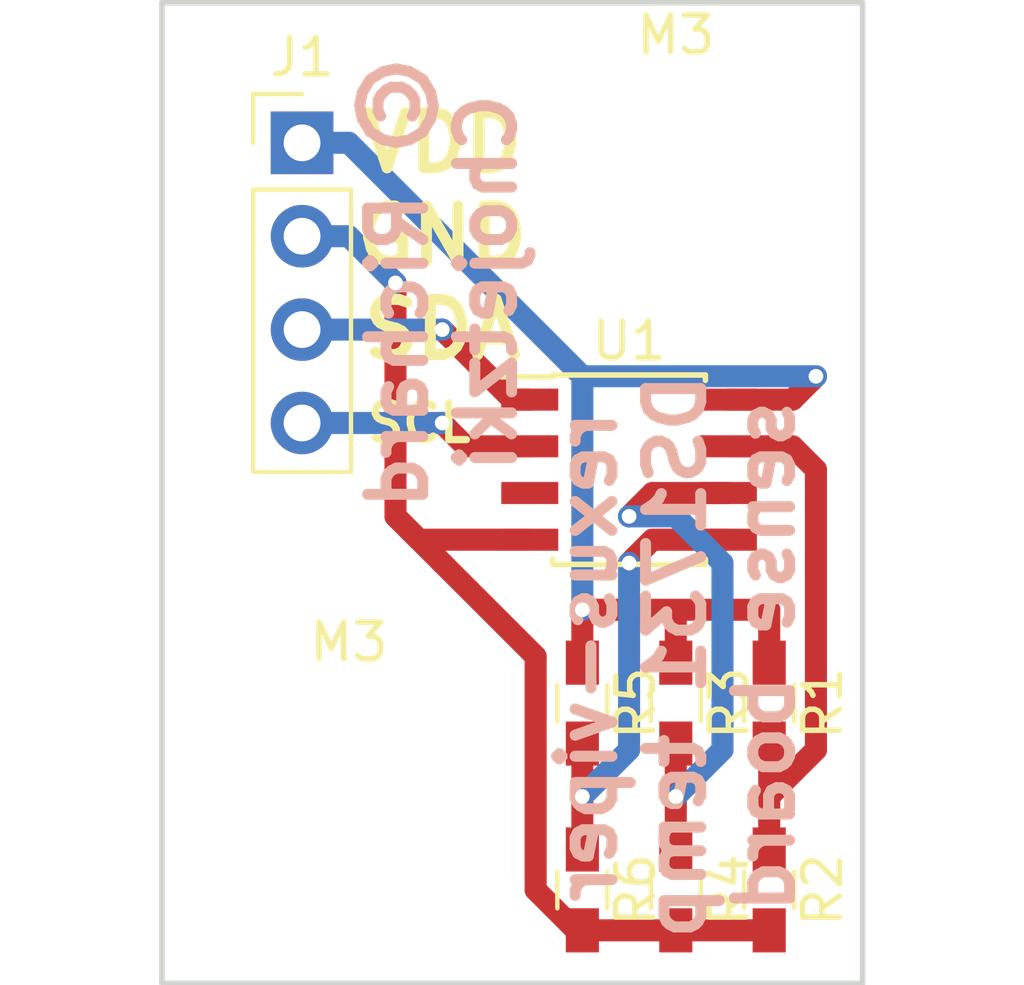
<source format=kicad_pcb>
(kicad_pcb (version 4) (host pcbnew 4.0.6)

  (general
    (links 16)
    (no_connects 2)
    (area 123.114999 100.254999 142.315001 127.075001)
    (thickness 1.6)
    (drawings 10)
    (tracks 67)
    (zones 0)
    (modules 10)
    (nets 9)
  )

  (page A4)
  (layers
    (0 F.Cu signal)
    (31 B.Cu signal)
    (32 B.Adhes user)
    (33 F.Adhes user)
    (34 B.Paste user)
    (35 F.Paste user)
    (36 B.SilkS user)
    (37 F.SilkS user)
    (38 B.Mask user)
    (39 F.Mask user)
    (40 Dwgs.User user)
    (41 Cmts.User user)
    (42 Eco1.User user)
    (43 Eco2.User user)
    (44 Edge.Cuts user)
    (45 Margin user)
    (46 B.CrtYd user)
    (47 F.CrtYd user)
    (48 B.Fab user)
    (49 F.Fab user)
  )

  (setup
    (last_trace_width 0.6)
    (trace_clearance 0.2)
    (zone_clearance 0.508)
    (zone_45_only yes)
    (trace_min 0.2)
    (segment_width 0.2)
    (edge_width 0.15)
    (via_size 0.6)
    (via_drill 0.4)
    (via_min_size 0.4)
    (via_min_drill 0.3)
    (uvia_size 0.3)
    (uvia_drill 0.1)
    (uvias_allowed no)
    (uvia_min_size 0.2)
    (uvia_min_drill 0.1)
    (pcb_text_width 0.3)
    (pcb_text_size 1.5 1.5)
    (mod_edge_width 0.15)
    (mod_text_size 1 1)
    (mod_text_width 0.15)
    (pad_size 1.524 1.524)
    (pad_drill 0.762)
    (pad_to_mask_clearance 0.2)
    (aux_axis_origin 0 0)
    (visible_elements 7FFFEFFF)
    (pcbplotparams
      (layerselection 0x00030_80000001)
      (usegerberextensions false)
      (excludeedgelayer true)
      (linewidth 0.100000)
      (plotframeref false)
      (viasonmask false)
      (mode 1)
      (useauxorigin false)
      (hpglpennumber 1)
      (hpglpenspeed 20)
      (hpglpendiameter 15)
      (hpglpenoverlay 2)
      (psnegative false)
      (psa4output false)
      (plotreference true)
      (plotvalue true)
      (plotinvisibletext false)
      (padsonsilk false)
      (subtractmaskfromsilk false)
      (outputformat 1)
      (mirror false)
      (drillshape 1)
      (scaleselection 1)
      (outputdirectory ""))
  )

  (net 0 "")
  (net 1 /VDD)
  (net 2 /GND)
  (net 3 /SDA)
  (net 4 /SCL)
  (net 5 "Net-(R1-Pad2)")
  (net 6 "Net-(R3-Pad2)")
  (net 7 "Net-(R5-Pad2)")
  (net 8 "Net-(U1-Pad3)")

  (net_class Default "This is the default net class."
    (clearance 0.2)
    (trace_width 0.6)
    (via_dia 0.6)
    (via_drill 0.4)
    (uvia_dia 0.3)
    (uvia_drill 0.1)
    (add_net /GND)
    (add_net /SCL)
    (add_net /SDA)
    (add_net /VDD)
    (add_net "Net-(R1-Pad2)")
    (add_net "Net-(R3-Pad2)")
    (add_net "Net-(R5-Pad2)")
    (add_net "Net-(U1-Pad3)")
  )

  (module Housings_SOIC:SOIC-8-1EP_3.9x4.9mm_Pitch1.27mm (layer F.Cu) (tedit 5900FBAE) (tstamp 5900D41E)
    (at 135.89 113.03)
    (descr "8-Lead Thermally Enhanced Plastic Small Outline (SE) - Narrow, 3.90 mm Body [SOIC] (see Microchip Packaging Specification 00000049BS.pdf)")
    (tags "SOIC 1.27")
    (path /58FF72EC)
    (attr smd)
    (fp_text reference U1 (at 0 -3.5) (layer F.SilkS)
      (effects (font (size 1 1) (thickness 0.15)))
    )
    (fp_text value DS1731U (at 0 3.5) (layer F.Fab)
      (effects (font (size 1 1) (thickness 0.15)))
    )
    (fp_text user %R (at 0 0) (layer F.Fab)
      (effects (font (size 0.9 0.9) (thickness 0.135)))
    )
    (fp_line (start -0.95 -2.45) (end 1.95 -2.45) (layer F.Fab) (width 0.15))
    (fp_line (start 1.95 -2.45) (end 1.95 2.45) (layer F.Fab) (width 0.15))
    (fp_line (start 1.95 2.45) (end -1.95 2.45) (layer F.Fab) (width 0.15))
    (fp_line (start -1.95 2.45) (end -1.95 -1.45) (layer F.Fab) (width 0.15))
    (fp_line (start -1.95 -1.45) (end -0.95 -2.45) (layer F.Fab) (width 0.15))
    (fp_line (start -3.75 -2.75) (end -3.75 2.75) (layer F.CrtYd) (width 0.05))
    (fp_line (start 3.75 -2.75) (end 3.75 2.75) (layer F.CrtYd) (width 0.05))
    (fp_line (start -3.75 -2.75) (end 3.75 -2.75) (layer F.CrtYd) (width 0.05))
    (fp_line (start -3.75 2.75) (end 3.75 2.75) (layer F.CrtYd) (width 0.05))
    (fp_line (start -2.075 -2.575) (end -2.075 -2.525) (layer F.SilkS) (width 0.15))
    (fp_line (start 2.075 -2.575) (end 2.075 -2.43) (layer F.SilkS) (width 0.15))
    (fp_line (start 2.075 2.575) (end 2.075 2.43) (layer F.SilkS) (width 0.15))
    (fp_line (start -2.075 2.575) (end -2.075 2.43) (layer F.SilkS) (width 0.15))
    (fp_line (start -2.075 -2.575) (end 2.075 -2.575) (layer F.SilkS) (width 0.15))
    (fp_line (start -2.075 2.575) (end 2.075 2.575) (layer F.SilkS) (width 0.15))
    (fp_line (start -2.075 -2.525) (end -3.475 -2.525) (layer F.SilkS) (width 0.15))
    (pad 1 smd rect (at -2.7 -1.905) (size 1.55 0.6) (layers F.Cu F.Paste F.Mask)
      (net 3 /SDA))
    (pad 2 smd rect (at -2.7 -0.635) (size 1.55 0.6) (layers F.Cu F.Paste F.Mask)
      (net 4 /SCL))
    (pad 3 smd rect (at -2.7 0.635) (size 1.55 0.6) (layers F.Cu F.Paste F.Mask)
      (net 8 "Net-(U1-Pad3)"))
    (pad 4 smd rect (at -2.7 1.905) (size 1.55 0.6) (layers F.Cu F.Paste F.Mask)
      (net 2 /GND))
    (pad 5 smd rect (at 2.7 1.905) (size 1.55 0.6) (layers F.Cu F.Paste F.Mask)
      (net 7 "Net-(R5-Pad2)"))
    (pad 6 smd rect (at 2.7 0.635) (size 1.55 0.6) (layers F.Cu F.Paste F.Mask)
      (net 6 "Net-(R3-Pad2)"))
    (pad 7 smd rect (at 2.7 -0.635) (size 1.55 0.6) (layers F.Cu F.Paste F.Mask)
      (net 5 "Net-(R1-Pad2)"))
    (pad 8 smd rect (at 2.7 -1.905) (size 1.55 0.6) (layers F.Cu F.Paste F.Mask)
      (net 1 /VDD))
    (model Housings_SOIC.3dshapes/SOIC-8-1EP_3.9x4.9mm_Pitch1.27mm.wrl
      (at (xyz 0 0 0))
      (scale (xyz 1 1 1))
      (rotate (xyz 0 0 0))
    )
  )

  (module Pin_Headers:Pin_Header_Straight_1x04_Pitch2.54mm (layer F.Cu) (tedit 58CD4EC1) (tstamp 5900D3EA)
    (at 127 104.14)
    (descr "Through hole straight pin header, 1x04, 2.54mm pitch, single row")
    (tags "Through hole pin header THT 1x04 2.54mm single row")
    (path /58FF763C)
    (fp_text reference J1 (at 0 -2.33) (layer F.SilkS)
      (effects (font (size 1 1) (thickness 0.15)))
    )
    (fp_text value CONN_01X04_MALE (at 0 9.95) (layer F.Fab)
      (effects (font (size 1 1) (thickness 0.15)))
    )
    (fp_line (start -1.27 -1.27) (end -1.27 8.89) (layer F.Fab) (width 0.1))
    (fp_line (start -1.27 8.89) (end 1.27 8.89) (layer F.Fab) (width 0.1))
    (fp_line (start 1.27 8.89) (end 1.27 -1.27) (layer F.Fab) (width 0.1))
    (fp_line (start 1.27 -1.27) (end -1.27 -1.27) (layer F.Fab) (width 0.1))
    (fp_line (start -1.33 1.27) (end -1.33 8.95) (layer F.SilkS) (width 0.12))
    (fp_line (start -1.33 8.95) (end 1.33 8.95) (layer F.SilkS) (width 0.12))
    (fp_line (start 1.33 8.95) (end 1.33 1.27) (layer F.SilkS) (width 0.12))
    (fp_line (start 1.33 1.27) (end -1.33 1.27) (layer F.SilkS) (width 0.12))
    (fp_line (start -1.33 0) (end -1.33 -1.33) (layer F.SilkS) (width 0.12))
    (fp_line (start -1.33 -1.33) (end 0 -1.33) (layer F.SilkS) (width 0.12))
    (fp_line (start -1.8 -1.8) (end -1.8 9.4) (layer F.CrtYd) (width 0.05))
    (fp_line (start -1.8 9.4) (end 1.8 9.4) (layer F.CrtYd) (width 0.05))
    (fp_line (start 1.8 9.4) (end 1.8 -1.8) (layer F.CrtYd) (width 0.05))
    (fp_line (start 1.8 -1.8) (end -1.8 -1.8) (layer F.CrtYd) (width 0.05))
    (fp_text user %R (at 0 -2.33) (layer F.Fab)
      (effects (font (size 1 1) (thickness 0.15)))
    )
    (pad 1 thru_hole rect (at 0 0) (size 1.7 1.7) (drill 1) (layers *.Cu *.Mask)
      (net 1 /VDD))
    (pad 2 thru_hole oval (at 0 2.54) (size 1.7 1.7) (drill 1) (layers *.Cu *.Mask)
      (net 2 /GND))
    (pad 3 thru_hole oval (at 0 5.08) (size 1.7 1.7) (drill 1) (layers *.Cu *.Mask)
      (net 3 /SDA))
    (pad 4 thru_hole oval (at 0 7.62) (size 1.7 1.7) (drill 1) (layers *.Cu *.Mask)
      (net 4 /SCL))
    (model ${KISYS3DMOD}/Pin_Headers.3dshapes/Pin_Header_Straight_1x04_Pitch2.54mm.wrl
      (at (xyz 0 -0.15 0))
      (scale (xyz 1 1 1))
      (rotate (xyz 0 0 90))
    )
  )

  (module Resistors_SMD:R_0603_HandSoldering (layer F.Cu) (tedit 58E0A804) (tstamp 5900D3F0)
    (at 139.7 119.38 270)
    (descr "Resistor SMD 0603, hand soldering")
    (tags "resistor 0603")
    (path /58FFD826)
    (attr smd)
    (fp_text reference R1 (at 0 -1.45 270) (layer F.SilkS)
      (effects (font (size 1 1) (thickness 0.15)))
    )
    (fp_text value R (at 0 1.55 270) (layer F.Fab)
      (effects (font (size 1 1) (thickness 0.15)))
    )
    (fp_text user %R (at 0 0 270) (layer F.Fab)
      (effects (font (size 0.5 0.5) (thickness 0.075)))
    )
    (fp_line (start -0.8 0.4) (end -0.8 -0.4) (layer F.Fab) (width 0.1))
    (fp_line (start 0.8 0.4) (end -0.8 0.4) (layer F.Fab) (width 0.1))
    (fp_line (start 0.8 -0.4) (end 0.8 0.4) (layer F.Fab) (width 0.1))
    (fp_line (start -0.8 -0.4) (end 0.8 -0.4) (layer F.Fab) (width 0.1))
    (fp_line (start 0.5 0.68) (end -0.5 0.68) (layer F.SilkS) (width 0.12))
    (fp_line (start -0.5 -0.68) (end 0.5 -0.68) (layer F.SilkS) (width 0.12))
    (fp_line (start -1.96 -0.7) (end 1.95 -0.7) (layer F.CrtYd) (width 0.05))
    (fp_line (start -1.96 -0.7) (end -1.96 0.7) (layer F.CrtYd) (width 0.05))
    (fp_line (start 1.95 0.7) (end 1.95 -0.7) (layer F.CrtYd) (width 0.05))
    (fp_line (start 1.95 0.7) (end -1.96 0.7) (layer F.CrtYd) (width 0.05))
    (pad 1 smd rect (at -1.1 0 270) (size 1.2 0.9) (layers F.Cu F.Paste F.Mask)
      (net 1 /VDD))
    (pad 2 smd rect (at 1.1 0 270) (size 1.2 0.9) (layers F.Cu F.Paste F.Mask)
      (net 5 "Net-(R1-Pad2)"))
    (model ${KISYS3DMOD}/Resistors_SMD.3dshapes/R_0603.wrl
      (at (xyz 0 0 0))
      (scale (xyz 1 1 1))
      (rotate (xyz 0 0 0))
    )
  )

  (module Resistors_SMD:R_0603_HandSoldering (layer F.Cu) (tedit 58E0A804) (tstamp 5900D3F6)
    (at 139.7 124.46 270)
    (descr "Resistor SMD 0603, hand soldering")
    (tags "resistor 0603")
    (path /58FFDAFF)
    (attr smd)
    (fp_text reference R2 (at 0 -1.45 270) (layer F.SilkS)
      (effects (font (size 1 1) (thickness 0.15)))
    )
    (fp_text value R (at 0 1.55 270) (layer F.Fab)
      (effects (font (size 1 1) (thickness 0.15)))
    )
    (fp_text user %R (at 0 0 270) (layer F.Fab)
      (effects (font (size 0.5 0.5) (thickness 0.075)))
    )
    (fp_line (start -0.8 0.4) (end -0.8 -0.4) (layer F.Fab) (width 0.1))
    (fp_line (start 0.8 0.4) (end -0.8 0.4) (layer F.Fab) (width 0.1))
    (fp_line (start 0.8 -0.4) (end 0.8 0.4) (layer F.Fab) (width 0.1))
    (fp_line (start -0.8 -0.4) (end 0.8 -0.4) (layer F.Fab) (width 0.1))
    (fp_line (start 0.5 0.68) (end -0.5 0.68) (layer F.SilkS) (width 0.12))
    (fp_line (start -0.5 -0.68) (end 0.5 -0.68) (layer F.SilkS) (width 0.12))
    (fp_line (start -1.96 -0.7) (end 1.95 -0.7) (layer F.CrtYd) (width 0.05))
    (fp_line (start -1.96 -0.7) (end -1.96 0.7) (layer F.CrtYd) (width 0.05))
    (fp_line (start 1.95 0.7) (end 1.95 -0.7) (layer F.CrtYd) (width 0.05))
    (fp_line (start 1.95 0.7) (end -1.96 0.7) (layer F.CrtYd) (width 0.05))
    (pad 1 smd rect (at -1.1 0 270) (size 1.2 0.9) (layers F.Cu F.Paste F.Mask)
      (net 5 "Net-(R1-Pad2)"))
    (pad 2 smd rect (at 1.1 0 270) (size 1.2 0.9) (layers F.Cu F.Paste F.Mask)
      (net 2 /GND))
    (model ${KISYS3DMOD}/Resistors_SMD.3dshapes/R_0603.wrl
      (at (xyz 0 0 0))
      (scale (xyz 1 1 1))
      (rotate (xyz 0 0 0))
    )
  )

  (module Resistors_SMD:R_0603_HandSoldering (layer F.Cu) (tedit 58E0A804) (tstamp 5900D3FC)
    (at 137.16 119.38 270)
    (descr "Resistor SMD 0603, hand soldering")
    (tags "resistor 0603")
    (path /58FFD8DE)
    (attr smd)
    (fp_text reference R3 (at 0 -1.45 270) (layer F.SilkS)
      (effects (font (size 1 1) (thickness 0.15)))
    )
    (fp_text value R (at 0 1.55 270) (layer F.Fab)
      (effects (font (size 1 1) (thickness 0.15)))
    )
    (fp_text user %R (at 0 0 270) (layer F.Fab)
      (effects (font (size 0.5 0.5) (thickness 0.075)))
    )
    (fp_line (start -0.8 0.4) (end -0.8 -0.4) (layer F.Fab) (width 0.1))
    (fp_line (start 0.8 0.4) (end -0.8 0.4) (layer F.Fab) (width 0.1))
    (fp_line (start 0.8 -0.4) (end 0.8 0.4) (layer F.Fab) (width 0.1))
    (fp_line (start -0.8 -0.4) (end 0.8 -0.4) (layer F.Fab) (width 0.1))
    (fp_line (start 0.5 0.68) (end -0.5 0.68) (layer F.SilkS) (width 0.12))
    (fp_line (start -0.5 -0.68) (end 0.5 -0.68) (layer F.SilkS) (width 0.12))
    (fp_line (start -1.96 -0.7) (end 1.95 -0.7) (layer F.CrtYd) (width 0.05))
    (fp_line (start -1.96 -0.7) (end -1.96 0.7) (layer F.CrtYd) (width 0.05))
    (fp_line (start 1.95 0.7) (end 1.95 -0.7) (layer F.CrtYd) (width 0.05))
    (fp_line (start 1.95 0.7) (end -1.96 0.7) (layer F.CrtYd) (width 0.05))
    (pad 1 smd rect (at -1.1 0 270) (size 1.2 0.9) (layers F.Cu F.Paste F.Mask)
      (net 1 /VDD))
    (pad 2 smd rect (at 1.1 0 270) (size 1.2 0.9) (layers F.Cu F.Paste F.Mask)
      (net 6 "Net-(R3-Pad2)"))
    (model ${KISYS3DMOD}/Resistors_SMD.3dshapes/R_0603.wrl
      (at (xyz 0 0 0))
      (scale (xyz 1 1 1))
      (rotate (xyz 0 0 0))
    )
  )

  (module Resistors_SMD:R_0603_HandSoldering (layer F.Cu) (tedit 58E0A804) (tstamp 5900D402)
    (at 137.16 124.46 270)
    (descr "Resistor SMD 0603, hand soldering")
    (tags "resistor 0603")
    (path /58FFDAB6)
    (attr smd)
    (fp_text reference R4 (at 0 -1.45 270) (layer F.SilkS)
      (effects (font (size 1 1) (thickness 0.15)))
    )
    (fp_text value R (at 0 1.55 270) (layer F.Fab)
      (effects (font (size 1 1) (thickness 0.15)))
    )
    (fp_text user %R (at 0 0 270) (layer F.Fab)
      (effects (font (size 0.5 0.5) (thickness 0.075)))
    )
    (fp_line (start -0.8 0.4) (end -0.8 -0.4) (layer F.Fab) (width 0.1))
    (fp_line (start 0.8 0.4) (end -0.8 0.4) (layer F.Fab) (width 0.1))
    (fp_line (start 0.8 -0.4) (end 0.8 0.4) (layer F.Fab) (width 0.1))
    (fp_line (start -0.8 -0.4) (end 0.8 -0.4) (layer F.Fab) (width 0.1))
    (fp_line (start 0.5 0.68) (end -0.5 0.68) (layer F.SilkS) (width 0.12))
    (fp_line (start -0.5 -0.68) (end 0.5 -0.68) (layer F.SilkS) (width 0.12))
    (fp_line (start -1.96 -0.7) (end 1.95 -0.7) (layer F.CrtYd) (width 0.05))
    (fp_line (start -1.96 -0.7) (end -1.96 0.7) (layer F.CrtYd) (width 0.05))
    (fp_line (start 1.95 0.7) (end 1.95 -0.7) (layer F.CrtYd) (width 0.05))
    (fp_line (start 1.95 0.7) (end -1.96 0.7) (layer F.CrtYd) (width 0.05))
    (pad 1 smd rect (at -1.1 0 270) (size 1.2 0.9) (layers F.Cu F.Paste F.Mask)
      (net 6 "Net-(R3-Pad2)"))
    (pad 2 smd rect (at 1.1 0 270) (size 1.2 0.9) (layers F.Cu F.Paste F.Mask)
      (net 2 /GND))
    (model ${KISYS3DMOD}/Resistors_SMD.3dshapes/R_0603.wrl
      (at (xyz 0 0 0))
      (scale (xyz 1 1 1))
      (rotate (xyz 0 0 0))
    )
  )

  (module Resistors_SMD:R_0603_HandSoldering (layer F.Cu) (tedit 58E0A804) (tstamp 5900D408)
    (at 134.62 119.38 270)
    (descr "Resistor SMD 0603, hand soldering")
    (tags "resistor 0603")
    (path /58FFD929)
    (attr smd)
    (fp_text reference R5 (at 0 -1.45 270) (layer F.SilkS)
      (effects (font (size 1 1) (thickness 0.15)))
    )
    (fp_text value R (at 0 1.55 270) (layer F.Fab)
      (effects (font (size 1 1) (thickness 0.15)))
    )
    (fp_text user %R (at 0 0 270) (layer F.Fab)
      (effects (font (size 0.5 0.5) (thickness 0.075)))
    )
    (fp_line (start -0.8 0.4) (end -0.8 -0.4) (layer F.Fab) (width 0.1))
    (fp_line (start 0.8 0.4) (end -0.8 0.4) (layer F.Fab) (width 0.1))
    (fp_line (start 0.8 -0.4) (end 0.8 0.4) (layer F.Fab) (width 0.1))
    (fp_line (start -0.8 -0.4) (end 0.8 -0.4) (layer F.Fab) (width 0.1))
    (fp_line (start 0.5 0.68) (end -0.5 0.68) (layer F.SilkS) (width 0.12))
    (fp_line (start -0.5 -0.68) (end 0.5 -0.68) (layer F.SilkS) (width 0.12))
    (fp_line (start -1.96 -0.7) (end 1.95 -0.7) (layer F.CrtYd) (width 0.05))
    (fp_line (start -1.96 -0.7) (end -1.96 0.7) (layer F.CrtYd) (width 0.05))
    (fp_line (start 1.95 0.7) (end 1.95 -0.7) (layer F.CrtYd) (width 0.05))
    (fp_line (start 1.95 0.7) (end -1.96 0.7) (layer F.CrtYd) (width 0.05))
    (pad 1 smd rect (at -1.1 0 270) (size 1.2 0.9) (layers F.Cu F.Paste F.Mask)
      (net 1 /VDD))
    (pad 2 smd rect (at 1.1 0 270) (size 1.2 0.9) (layers F.Cu F.Paste F.Mask)
      (net 7 "Net-(R5-Pad2)"))
    (model ${KISYS3DMOD}/Resistors_SMD.3dshapes/R_0603.wrl
      (at (xyz 0 0 0))
      (scale (xyz 1 1 1))
      (rotate (xyz 0 0 0))
    )
  )

  (module Resistors_SMD:R_0603_HandSoldering (layer F.Cu) (tedit 58E0A804) (tstamp 5900D40E)
    (at 134.62 124.46 270)
    (descr "Resistor SMD 0603, hand soldering")
    (tags "resistor 0603")
    (path /58FFDA16)
    (attr smd)
    (fp_text reference R6 (at 0 -1.45 270) (layer F.SilkS)
      (effects (font (size 1 1) (thickness 0.15)))
    )
    (fp_text value R (at 0 1.55 270) (layer F.Fab)
      (effects (font (size 1 1) (thickness 0.15)))
    )
    (fp_text user %R (at 0 0 270) (layer F.Fab)
      (effects (font (size 0.5 0.5) (thickness 0.075)))
    )
    (fp_line (start -0.8 0.4) (end -0.8 -0.4) (layer F.Fab) (width 0.1))
    (fp_line (start 0.8 0.4) (end -0.8 0.4) (layer F.Fab) (width 0.1))
    (fp_line (start 0.8 -0.4) (end 0.8 0.4) (layer F.Fab) (width 0.1))
    (fp_line (start -0.8 -0.4) (end 0.8 -0.4) (layer F.Fab) (width 0.1))
    (fp_line (start 0.5 0.68) (end -0.5 0.68) (layer F.SilkS) (width 0.12))
    (fp_line (start -0.5 -0.68) (end 0.5 -0.68) (layer F.SilkS) (width 0.12))
    (fp_line (start -1.96 -0.7) (end 1.95 -0.7) (layer F.CrtYd) (width 0.05))
    (fp_line (start -1.96 -0.7) (end -1.96 0.7) (layer F.CrtYd) (width 0.05))
    (fp_line (start 1.95 0.7) (end 1.95 -0.7) (layer F.CrtYd) (width 0.05))
    (fp_line (start 1.95 0.7) (end -1.96 0.7) (layer F.CrtYd) (width 0.05))
    (pad 1 smd rect (at -1.1 0 270) (size 1.2 0.9) (layers F.Cu F.Paste F.Mask)
      (net 7 "Net-(R5-Pad2)"))
    (pad 2 smd rect (at 1.1 0 270) (size 1.2 0.9) (layers F.Cu F.Paste F.Mask)
      (net 2 /GND))
    (model ${KISYS3DMOD}/Resistors_SMD.3dshapes/R_0603.wrl
      (at (xyz 0 0 0))
      (scale (xyz 1 1 1))
      (rotate (xyz 0 0 0))
    )
  )

  (module Mounting_Holes:MountingHole_3.2mm_M3 (layer F.Cu) (tedit 5900FD83) (tstamp 5900D711)
    (at 128.27 121.92)
    (descr "Mounting Hole 3.2mm, no annular, M3")
    (tags "mounting hole 3.2mm no annular m3")
    (fp_text reference M3 (at 0 -4.2) (layer F.SilkS)
      (effects (font (size 1 1) (thickness 0.15)))
    )
    (fp_text value MountingHole_3.2mm_M3 (at 0 4.2) (layer F.Fab)
      (effects (font (size 1 1) (thickness 0.15)))
    )
    (fp_circle (center 0 0) (end 3.2 0) (layer Cmts.User) (width 0.15))
    (fp_circle (center 0 0) (end 3.45 0) (layer F.CrtYd) (width 0.05))
    (pad 1 np_thru_hole circle (at 0 0) (size 3.2 3.2) (drill 3.2) (layers *.Cu *.Mask))
  )

  (module Mounting_Holes:MountingHole_3.2mm_M3 (layer F.Cu) (tedit 5900FD9A) (tstamp 5900D754)
    (at 137.16 105.41)
    (descr "Mounting Hole 3.2mm, no annular, M3")
    (tags "mounting hole 3.2mm no annular m3")
    (fp_text reference M3 (at 0 -4.2) (layer F.SilkS)
      (effects (font (size 1 1) (thickness 0.15)))
    )
    (fp_text value MountingHole_3.2mm_M3 (at 0 4.2) (layer F.Fab)
      (effects (font (size 1 1) (thickness 0.15)))
    )
    (fp_circle (center 0 0) (end 3.2 0) (layer Cmts.User) (width 0.15))
    (fp_circle (center 0 0) (end 3.45 0) (layer F.CrtYd) (width 0.05))
    (pad 1 np_thru_hole circle (at 0 0) (size 3.2 3.2) (drill 3.2) (layers *.Cu *.Mask))
  )

  (gr_text "© Richard\nChojetzki" (at 130.81 107.95 90) (layer B.SilkS)
    (effects (font (size 1.5 1.5) (thickness 0.3)) (justify mirror))
  )
  (gr_text "rexus-viper\nDS1731 temp\nsense board" (at 137.16 118.11 90) (layer B.SilkS)
    (effects (font (size 1.5 1.5) (thickness 0.3)) (justify mirror))
  )
  (gr_text SCL (at 130.18 111.76) (layer F.SilkS)
    (effects (font (size 1 1) (thickness 0.2)))
  )
  (gr_text SDA (at 130.81 109.22) (layer F.SilkS)
    (effects (font (size 1.5 1.5) (thickness 0.3)))
  )
  (gr_text GND (at 130.81 106.68) (layer F.SilkS)
    (effects (font (size 1.5 1.5) (thickness 0.3)))
  )
  (gr_text VDD (at 130.81 104.14) (layer F.SilkS)
    (effects (font (size 1.5 1.5) (thickness 0.3)))
  )
  (gr_line (start 123.19 100.33) (end 142.24 100.33) (angle 90) (layer Edge.Cuts) (width 0.15))
  (gr_line (start 142.24 127) (end 123.19 127) (angle 90) (layer Edge.Cuts) (width 0.15))
  (gr_line (start 142.24 127) (end 142.24 100.33) (angle 90) (layer Edge.Cuts) (width 0.15))
  (gr_line (start 123.19 100.33) (end 123.19 127) (angle 90) (layer Edge.Cuts) (width 0.15))

  (segment (start 134.62 110.49) (end 134.62 116.84) (width 0.6) (layer B.Cu) (net 1))
  (via (at 134.62 116.84) (size 0.6) (drill 0.4) (layers F.Cu B.Cu) (net 1))
  (segment (start 134.62 116.84) (end 135.89 116.84) (width 0.6) (layer F.Cu) (net 1) (tstamp 5900FA0B))
  (segment (start 134.62 116.84) (end 135.89 116.84) (width 0.6) (layer F.Cu) (net 1) (tstamp 5900F9C3))
  (segment (start 134.62 116.84) (end 139.7 116.84) (width 0.6) (layer F.Cu) (net 1))
  (segment (start 139.7 116.84) (end 139.7 118.28) (width 0.6) (layer F.Cu) (net 1) (tstamp 5900F78D))
  (segment (start 137.16 118.28) (end 137.16 116.84) (width 0.6) (layer F.Cu) (net 1))
  (segment (start 134.62 118.28) (end 134.62 116.84) (width 0.6) (layer F.Cu) (net 1))
  (segment (start 134.62 110.49) (end 135.89 110.49) (width 0.6) (layer B.Cu) (net 1))
  (segment (start 138.59 111.125) (end 140.335 111.125) (width 0.6) (layer F.Cu) (net 1))
  (segment (start 128.27 104.14) (end 127 104.14) (width 0.6) (layer B.Cu) (net 1) (tstamp 5900F760))
  (segment (start 129.54 105.41) (end 128.27 104.14) (width 0.6) (layer B.Cu) (net 1) (tstamp 5900F75D))
  (segment (start 134.62 110.49) (end 129.54 105.41) (width 0.6) (layer B.Cu) (net 1) (tstamp 5900F75B))
  (segment (start 140.97 110.49) (end 137.16 110.49) (width 0.6) (layer B.Cu) (net 1) (tstamp 5900F753))
  (segment (start 137.16 110.49) (end 135.89 110.49) (width 0.6) (layer B.Cu) (net 1) (tstamp 5900F7B5))
  (via (at 140.97 110.49) (size 0.6) (drill 0.4) (layers F.Cu B.Cu) (net 1))
  (segment (start 140.335 111.125) (end 140.97 110.49) (width 0.6) (layer F.Cu) (net 1) (tstamp 5900F74F))
  (segment (start 133.19 114.935) (end 130.175 114.935) (width 0.6) (layer F.Cu) (net 2))
  (segment (start 130.175 114.935) (end 129.54 114.3) (width 0.6) (layer F.Cu) (net 2) (tstamp 5900F732))
  (segment (start 130.81 115.57) (end 129.54 114.3) (width 0.6) (layer F.Cu) (net 2))
  (segment (start 133.35 124.46) (end 133.35 118.11) (width 0.6) (layer F.Cu) (net 2) (tstamp 5900F70D))
  (segment (start 133.35 118.11) (end 130.81 115.57) (width 0.6) (layer F.Cu) (net 2) (tstamp 5900F710))
  (segment (start 134.45 125.56) (end 133.35 124.46) (width 0.6) (layer F.Cu) (net 2) (tstamp 5900F70B))
  (segment (start 128.27 106.68) (end 127 106.68) (width 0.6) (layer B.Cu) (net 2) (tstamp 5900F726))
  (segment (start 129.54 107.95) (end 128.27 106.68) (width 0.6) (layer B.Cu) (net 2) (tstamp 5900F725))
  (via (at 129.54 107.95) (size 0.6) (drill 0.4) (layers F.Cu B.Cu) (net 2))
  (segment (start 129.54 114.3) (end 129.54 107.95) (width 0.6) (layer F.Cu) (net 2) (tstamp 5900F71F))
  (segment (start 134.62 125.56) (end 134.45 125.56) (width 0.6) (layer F.Cu) (net 2))
  (segment (start 139.7 125.56) (end 134.62 125.56) (width 0.6) (layer F.Cu) (net 2))
  (segment (start 133.19 111.125) (end 132.715 111.125) (width 0.6) (layer F.Cu) (net 3))
  (segment (start 132.715 111.125) (end 130.81 109.22) (width 0.6) (layer F.Cu) (net 3) (tstamp 5900F660))
  (segment (start 130.81 109.22) (end 127 109.22) (width 0.6) (layer B.Cu) (net 3) (tstamp 5900F668))
  (via (at 130.81 109.22) (size 0.6) (drill 0.4) (layers F.Cu B.Cu) (net 3))
  (segment (start 133.19 112.395) (end 131.445 112.395) (width 0.6) (layer F.Cu) (net 4))
  (segment (start 130.81 111.76) (end 127 111.76) (width 0.6) (layer B.Cu) (net 4) (tstamp 5900F650))
  (via (at 130.81 111.76) (size 0.6) (drill 0.4) (layers F.Cu B.Cu) (net 4))
  (segment (start 131.445 112.395) (end 130.81 111.76) (width 0.6) (layer F.Cu) (net 4) (tstamp 5900F64B))
  (segment (start 139.7 121.92) (end 140.97 120.65) (width 0.6) (layer F.Cu) (net 5))
  (segment (start 140.335 112.395) (end 138.59 112.395) (width 0.6) (layer F.Cu) (net 5) (tstamp 5900FC6A))
  (segment (start 140.97 113.03) (end 140.335 112.395) (width 0.6) (layer F.Cu) (net 5) (tstamp 5900FC69))
  (segment (start 140.97 120.65) (end 140.97 113.03) (width 0.6) (layer F.Cu) (net 5) (tstamp 5900FC68))
  (segment (start 139.7 120.48) (end 139.7 121.92) (width 0.6) (layer F.Cu) (net 5))
  (segment (start 139.7 121.92) (end 139.7 123.36) (width 0.6) (layer F.Cu) (net 5) (tstamp 5900F694))
  (segment (start 138.43 120.65) (end 138.43 115.57) (width 0.6) (layer B.Cu) (net 6))
  (segment (start 137.16 121.92) (end 138.43 120.65) (width 0.6) (layer B.Cu) (net 6) (tstamp 5900FA7C))
  (via (at 137.16 121.92) (size 0.6) (drill 0.4) (layers F.Cu B.Cu) (net 6))
  (segment (start 136.525 113.665) (end 138.59 113.665) (width 0.6) (layer F.Cu) (net 6) (tstamp 5900FC60))
  (segment (start 135.89 114.3) (end 136.525 113.665) (width 0.6) (layer F.Cu) (net 6) (tstamp 5900FC5F))
  (via (at 135.89 114.3) (size 0.6) (drill 0.4) (layers F.Cu B.Cu) (net 6))
  (segment (start 137.16 114.3) (end 135.89 114.3) (width 0.6) (layer B.Cu) (net 6) (tstamp 5900FC5C))
  (segment (start 138.43 115.57) (end 137.16 114.3) (width 0.6) (layer B.Cu) (net 6) (tstamp 5900FC5B))
  (segment (start 137.16 120.48) (end 137.16 121.92) (width 0.6) (layer F.Cu) (net 6))
  (segment (start 137.16 121.92) (end 137.16 123.36) (width 0.6) (layer F.Cu) (net 6) (tstamp 5900F6AC))
  (segment (start 138.59 113.665) (end 139.065 113.665) (width 0.25) (layer F.Cu) (net 6))
  (segment (start 137.16 123.36) (end 137.33 123.19) (width 0.25) (layer F.Cu) (net 6) (tstamp 5900DB22))
  (via (at 134.62 121.92) (size 0.6) (drill 0.4) (layers F.Cu B.Cu) (net 7))
  (via (at 135.89 115.57) (size 0.6) (drill 0.4) (layers F.Cu B.Cu) (net 7))
  (segment (start 135.89 115.57) (end 135.89 120.65) (width 0.6) (layer B.Cu) (net 7) (tstamp 5900FA1C))
  (segment (start 135.89 120.65) (end 134.62 121.92) (width 0.6) (layer B.Cu) (net 7) (tstamp 5900FA1B))
  (segment (start 135.89 115.57) (end 136.525 114.935) (width 0.6) (layer F.Cu) (net 7) (tstamp 5900FA20))
  (segment (start 136.525 114.935) (end 138.59 114.935) (width 0.6) (layer F.Cu) (net 7) (tstamp 5900FA21))
  (segment (start 136.525 114.935) (end 138.59 114.935) (width 0.6) (layer F.Cu) (net 7) (tstamp 5900F6E7))
  (segment (start 135.89 115.57) (end 136.525 114.935) (width 0.6) (layer F.Cu) (net 7) (tstamp 5900F6E4))
  (segment (start 134.62 120.48) (end 134.62 121.92) (width 0.6) (layer F.Cu) (net 7))
  (segment (start 134.62 121.92) (end 134.62 123.36) (width 0.6) (layer F.Cu) (net 7) (tstamp 5900F6E1))
  (segment (start 134.62 123.36) (end 134.62 123.19) (width 0.25) (layer F.Cu) (net 7) (tstamp 5900DAB3))
  (segment (start 134.62 123.19) (end 134.62 123.36) (width 0.25) (layer F.Cu) (net 7) (tstamp 5900DAB7))

  (zone (net 0) (net_name "") (layer F.Cu) (tstamp 590101B5) (hatch edge 0.508)
    (connect_pads (clearance 0.508))
    (min_thickness 0.254)
    (keepout (tracks not_allowed) (vias not_allowed) (copperpour allowed))
    (fill (arc_segments 16) (thermal_gap 0.508) (thermal_bridge_width 0.508))
    (polygon
      (pts
        (xy 133.35 102.87) (xy 133.35 107.95) (xy 134.62 109.22) (xy 140.97 109.22) (xy 140.97 101.6)
        (xy 133.35 101.6) (xy 133.35 102.87)
      )
    )
  )
  (zone (net 0) (net_name "") (layer F.Cu) (tstamp 590101E0) (hatch edge 0.508)
    (connect_pads (clearance 0.508))
    (min_thickness 0.254)
    (keepout (tracks not_allowed) (vias not_allowed) (copperpour allowed))
    (fill (arc_segments 16) (thermal_gap 0.508) (thermal_bridge_width 0.508))
    (polygon
      (pts
        (xy 124.46 121.92) (xy 124.46 125.73) (xy 132.08 125.73) (xy 132.08 119.38) (xy 130.81 118.11)
        (xy 124.46 118.11) (xy 124.46 121.92)
      )
    )
  )
  (zone (net 0) (net_name "") (layer B.Cu) (tstamp 590101FD) (hatch edge 0.508)
    (connect_pads (clearance 0.508))
    (min_thickness 0.254)
    (keepout (tracks not_allowed) (vias not_allowed) (copperpour allowed))
    (fill (arc_segments 16) (thermal_gap 0.508) (thermal_bridge_width 0.508))
    (polygon
      (pts
        (xy 132.08 119.38) (xy 132.08 125.73) (xy 124.46 125.73) (xy 124.46 118.11) (xy 130.81 118.11)
      )
    )
  )
  (zone (net 0) (net_name "") (layer B.Cu) (tstamp 5901020D) (hatch edge 0.508)
    (connect_pads (clearance 0.508))
    (min_thickness 0.254)
    (keepout (tracks not_allowed) (vias not_allowed) (copperpour allowed))
    (fill (arc_segments 16) (thermal_gap 0.508) (thermal_bridge_width 0.508))
    (polygon
      (pts
        (xy 140.97 109.22) (xy 134.62 109.22) (xy 133.35 107.95) (xy 133.35 101.6) (xy 140.97 101.6)
      )
    )
  )
)

</source>
